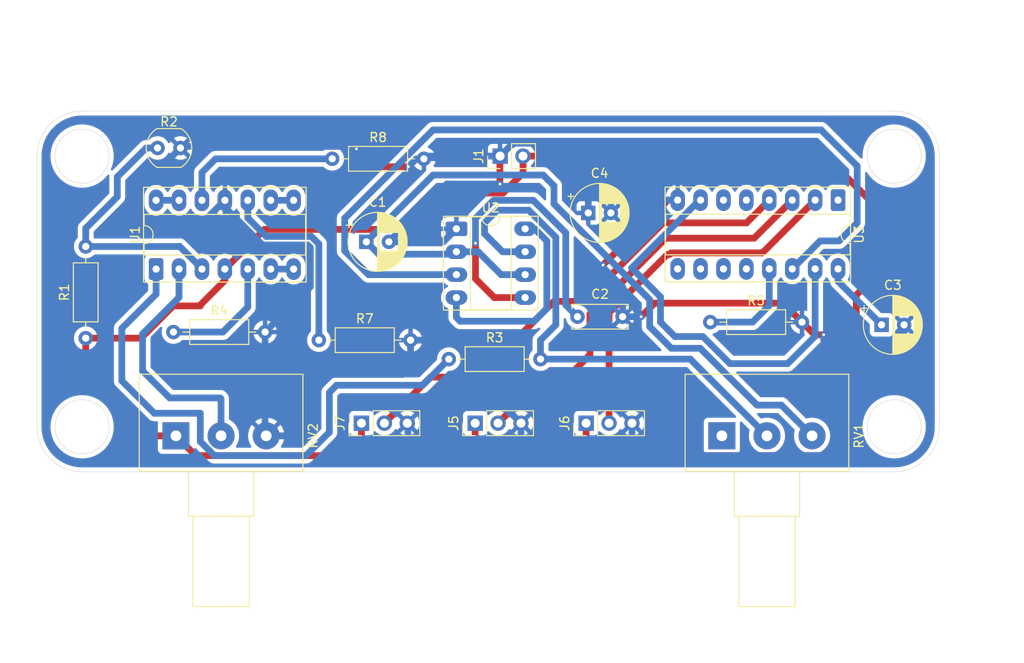
<source format=kicad_pcb>
(kicad_pcb (version 20241229) (generator "pcbnew") (generator_version "9.0")
  (layers (0 "F.Cu" signal) (2 "B.Cu" signal) (13 "F.Paste" user) (15 "B.Paste" user) (5 "F.SilkS" user "F.Silkscreen") (7 "B.SilkS" user "B.Silkscreen") (1 "F.Mask" user) (3 "B.Mask" user) (25 "Edge.Cuts" user))
  (net 0 "")
  (net 1 "Net-(U2-THR)")
  (net 2 "GND")
  (net 3 "Net-(U2-CV)")
  (net 4 "Net-(U2-R)")
  (net 5 "Vcc")
  (net 6 "Net-(U1A-+)")
  (net 7 "Net-(U2-DIS)")
  (net 8 "Net-(U1B-+)")
  (net 9 "Net-(U3-CKEN)")
  (net 10 "Net-(U3-Q3)")
  (net 11 "Net-(U1C-+)")
  (net 12 "Net-(U1D-+)")
  (net 14 "Net-(U1A--)")
  (net 15 "Net-(U1D--)")
  (net 16 "Net-(U1B--)")
  (net 17 "Net-(U1C--)")
  (net 18 "Net-(U2-Q)")
  (net 20 "PASO2")
  (net 23 "PASO3")
  (net 24 "PASO1")
  (footprint "Resistor_THT:R_Axial_DIN0207_L6.3mm_D2.5mm_P10.16mm_Horizontal" (layer "F.Cu") (at 71.24 55.4)
    (property "Reference" "R7" (at 5.08 -2.37 0) (layer "F.SilkS"))
    (property "Value" "10k")
    (pad "1" thru_hole circle (at 0 0) (size 1.6 1.6) (drill 0.8) (layers "*.Cu" "*.Mask") (net 11 "Net-(U1C-+)"))
    (pad "2" thru_hole oval (at 10.16 0) (size 1.6 1.6) (drill 0.8) (layers "*.Cu" "*.Mask") (net 2 "GND"))
  )
  (footprint "Resistor_THT:R_Axial_DIN0207_L6.3mm_D2.5mm_P10.16mm_Horizontal" (layer "F.Cu") (at 114.62 53.4)
    (property "Reference" "R5" (at 5.08 -2.37 0) (layer "F.SilkS"))
    (property "Value" "100k")
    (pad "1" thru_hole circle (at 0 0) (size 1.6 1.6) (drill 0.8) (layers "*.Cu" "*.Mask") (net 9 "Net-(U3-CKEN)"))
    (pad "2" thru_hole oval (at 10.16 0) (size 1.6 1.6) (drill 0.8) (layers "*.Cu" "*.Mask") (net 2 "GND"))
  )
  (footprint "Capacitor_THT:CP_Radial_D6.3mm_P2.50mm" (layer "F.Cu") (at 101.1 41.3)
    (property "Reference" "C4" (at 1.25 -4.4 0) (layer "F.SilkS"))
    (property "Value" "10uF")
    (pad "1" thru_hole rect (at 0 0) (size 1.6 1.6) (drill 0.8) (layers "*.Cu" "*.Mask") (net 2 "GND"))
    (pad "2" thru_hole circle (at 2.5 0) (size 1.6 1.6) (drill 0.8) (layers "*.Cu" "*.Mask") (net 2 "GND"))
  )
  (footprint "Connector_PinHeader_2.54mm:PinHeader_1x03_P2.54mm_Vertical" (layer "F.Cu") (at 88.56 64.6 90)
    (property "Reference" "J5" (at 0 -2.38 90) (layer "F.SilkS"))
    (property "Value" "ph-3")
    (pad "1" thru_hole rect (at 0 0 90) (size 1.7 1.7) (drill 1) (layers "*.Cu" "*.Mask") (net 5 "Vcc"))
    (pad "2" thru_hole circle (at 0 2.54 90) (size 1.7 1.7) (drill 1) (layers "*.Cu" "*.Mask") (net 24 "PASO1"))
    (pad "3" thru_hole circle (at 0 5.08 90) (size 1.7 1.7) (drill 1) (layers "*.Cu" "*.Mask") (net 2 "GND"))
  )
  (footprint "Package_DIP:DIP-16_W7.62mm_Socket_LongPads" (layer "F.Cu") (at 128.78 39.88 -90)
    (property "Reference" "U3" (at 3.81 -2.33 270) (layer "F.SilkS"))
    (property "Value" "4017")
    (pad "1" thru_hole roundrect (at 0 0 270) (size 2.4 1.6) (drill 0.8) (layers "*.Cu" "*.Mask") (roundrect_rratio 0.15625))
    (pad "2" thru_hole oval (at 0 2.54 270) (size 2.4 1.6) (drill 0.8) (layers "*.Cu" "*.Mask") (net 20 "PASO2"))
    (pad "3" thru_hole oval (at 0 5.08 270) (size 2.4 1.6) (drill 0.8) (layers "*.Cu" "*.Mask") (net 24 "PASO1"))
    (pad "4" thru_hole oval (at 0 7.62 270) (size 2.4 1.6) (drill 0.8) (layers "*.Cu" "*.Mask") (net 23 "PASO3"))
    (pad "5" thru_hole oval (at 0 10.16 270) (size 2.4 1.6) (drill 0.8) (layers "*.Cu" "*.Mask"))
    (pad "6" thru_hole oval (at 0 12.7 270) (size 2.4 1.6) (drill 0.8) (layers "*.Cu" "*.Mask"))
    (pad "7" thru_hole oval (at 0 15.24 270) (size 2.4 1.6) (drill 0.8) (layers "*.Cu" "*.Mask") (net 10 "Net-(U3-Q3)"))
    (pad "8" thru_hole oval (at 0 17.78 270) (size 2.4 1.6) (drill 0.8) (layers "*.Cu" "*.Mask") (net 2 "GND"))
    (pad "9" thru_hole oval (at 7.62 17.78 270) (size 2.4 1.6) (drill 0.8) (layers "*.Cu" "*.Mask"))
    (pad "10" thru_hole oval (at 7.62 15.24 270) (size 2.4 1.6) (drill 0.8) (layers "*.Cu" "*.Mask"))
    (pad "11" thru_hole oval (at 7.62 12.7 270) (size 2.4 1.6) (drill 0.8) (layers "*.Cu" "*.Mask"))
    (pad "12" thru_hole oval (at 7.62 10.16 270) (size 2.4 1.6) (drill 0.8) (layers "*.Cu" "*.Mask"))
    (pad "13" thru_hole oval (at 7.62 7.62 270) (size 2.4 1.6) (drill 0.8) (layers "*.Cu" "*.Mask") (net 9 "Net-(U3-CKEN)"))
    (pad "14" thru_hole oval (at 7.62 5.08 270) (size 2.4 1.6) (drill 0.8) (layers "*.Cu" "*.Mask") (net 18 "Net-(U2-Q)"))
    (pad "15" thru_hole oval (at 7.62 2.54 270) (size 2.4 1.6) (drill 0.8) (layers "*.Cu" "*.Mask") (net 10 "Net-(U3-Q3)"))
    (pad "16" thru_hole oval (at 7.62 0 270) (size 2.4 1.6) (drill 0.8) (layers "*.Cu" "*.Mask") (net 4 "Net-(U2-R)"))
  )
  (footprint "Potentiometer_THT:Potentiometer_Alps_RK163_Single_Horizontal" (layer "F.Cu") (at 55.4 66 90)
    (property "Reference" "RV2" (at 0 15.2 90) (layer "F.SilkS"))
    (property "Value" "500k")
    (pad "1" thru_hole rect (at 0 0 270) (size 3 3) (drill 1.2) (layers "*.Cu" "*.Mask") (net 5 "Vcc"))
    (pad "2" thru_hole circle (at 0 5 270) (size 3 3) (drill 1.2) (layers "*.Cu" "*.Mask") (net 14 "Net-(U1A--)"))
    (pad "3" thru_hole circle (at 0 10 270) (size 3 3) (drill 1.2) (layers "*.Cu" "*.Mask") (net 2 "GND"))
  )
  (footprint "Package_DIP:DIP-8_W7.62mm_Socket_LongPads" (layer "F.Cu") (at 86.48 43.06)
    (property "Reference" "U2" (at 3.81 -2.33 0) (layer "F.SilkS"))
    (property "Value" "~")
    (pad "1" thru_hole roundrect (at 0 0) (size 2.4 1.6) (drill 0.8) (layers "*.Cu" "*.Mask") (roundrect_rratio 0.15625) (net 2 "GND"))
    (pad "2" thru_hole oval (at 0 2.54) (size 2.4 1.6) (drill 0.8) (layers "*.Cu" "*.Mask") (net 1 "Net-(U2-THR)"))
    (pad "3" thru_hole oval (at 0 5.08) (size 2.4 1.6) (drill 0.8) (layers "*.Cu" "*.Mask") (net 18 "Net-(U2-Q)"))
    (pad "4" thru_hole oval (at 0 7.62) (size 2.4 1.6) (drill 0.8) (layers "*.Cu" "*.Mask") (net 4 "Net-(U2-R)"))
    (pad "5" thru_hole oval (at 7.62 7.62) (size 2.4 1.6) (drill 0.8) (layers "*.Cu" "*.Mask") (net 3 "Net-(U2-CV)"))
    (pad "6" thru_hole oval (at 7.62 5.08) (size 2.4 1.6) (drill 0.8) (layers "*.Cu" "*.Mask") (net 1 "Net-(U2-THR)"))
    (pad "7" thru_hole oval (at 7.62 2.54) (size 2.4 1.6) (drill 0.8) (layers "*.Cu" "*.Mask") (net 7 "Net-(U2-DIS)"))
    (pad "8" thru_hole oval (at 7.62 0) (size 2.4 1.6) (drill 0.8) (layers "*.Cu" "*.Mask") (net 4 "Net-(U2-R)"))
  )
  (footprint "Resistor_THT:R_Axial_DIN0207_L6.3mm_D2.5mm_P10.16mm_Horizontal" (layer "F.Cu") (at 45.4 55.18 90)
    (property "Reference" "R1" (at 5.08 -2.37 90) (layer "F.SilkS"))
    (property "Value" "10k")
    (pad "1" thru_hole circle (at 0 0 90) (size 1.6 1.6) (drill 0.8) (layers "*.Cu" "*.Mask") (net 5 "Vcc"))
    (pad "2" thru_hole oval (at 10.16 0 90) (size 1.6 1.6) (drill 0.8) (layers "*.Cu" "*.Mask") (net 6 "Net-(U1A-+)"))
  )
  (footprint "Capacitor_THT:C_Disc_D6.0mm_W2.5mm_P5.00mm" (layer "F.Cu") (at 99.9 52.8)
    (property "Reference" "C2" (at 2.5 -2.5 0) (layer "F.SilkS"))
    (property "Value" "103n")
    (pad "1" thru_hole circle (at 0 0) (size 1.6 1.6) (drill 0.8) (layers "*.Cu" "*.Mask") (net 3 "Net-(U2-CV)"))
    (pad "2" thru_hole circle (at 5 0) (size 1.6 1.6) (drill 0.8) (layers "*.Cu" "*.Mask") (net 2 "GND"))
  )
  (footprint "OptoDevice:R_LDR_4.9x4.2mm_P2.54mm_Vertical" (layer "F.Cu") (at 53.36 34.1)
    (property "Reference" "R2" (at 1.27 -2.9 0) (layer "F.SilkS"))
    (property "Value" "LDR")
    (pad "1" thru_hole circle (at 0 0) (size 1.6 1.6) (drill 0.8) (layers "*.Cu" "*.Mask") (net 6 "Net-(U1A-+)"))
    (pad "2" thru_hole circle (at 2.54 0) (size 1.6 1.6) (drill 0.8) (layers "*.Cu" "*.Mask") (net 2 "GND"))
  )
  (footprint "Connector_PinHeader_2.54mm:PinHeader_1x03_P2.54mm_Vertical" (layer "F.Cu") (at 75.96 64.6 90)
    (property "Reference" "J7" (at 0 -2.38 90) (layer "F.SilkS"))
    (property "Value" "ph-3")
    (pad "1" thru_hole rect (at 0 0 90) (size 1.7 1.7) (drill 1) (layers "*.Cu" "*.Mask") (net 5 "Vcc"))
    (pad "2" thru_hole circle (at 0 2.54 90) (size 1.7 1.7) (drill 1) (layers "*.Cu" "*.Mask") (net 23 "PASO3"))
    (pad "3" thru_hole circle (at 0 5.08 90) (size 1.7 1.7) (drill 1) (layers "*.Cu" "*.Mask") (net 2 "GND"))
  )
  (footprint "Resistor_THT:R_Axial_DIN0207_L6.3mm_D2.5mm_P10.16mm_Horizontal" (layer "F.Cu") (at 55.12 54.5)
    (property "Reference" "R4" (at 5.08 -2.37 0) (layer "F.SilkS"))
    (property "Value" "10k")
    (pad "1" thru_hole circle (at 0 0) (size 1.6 1.6) (drill 0.8) (layers "*.Cu" "*.Mask") (net 8 "Net-(U1B-+)"))
    (pad "2" thru_hole oval (at 10.16 0) (size 1.6 1.6) (drill 0.8) (layers "*.Cu" "*.Mask") (net 2 "GND"))
  )
  (footprint "Capacitor_THT:CP_Radial_D6.3mm_P2.50mm" (layer "F.Cu") (at 133.6 53.7)
    (property "Reference" "C3" (at 1.25 -4.4 0) (layer "F.SilkS"))
    (property "Value" "10uF")
    (pad "1" thru_hole rect (at 0 0) (size 1.6 1.6) (drill 0.8) (layers "*.Cu" "*.Mask") (net 4 "Net-(U2-R)"))
    (pad "2" thru_hole circle (at 2.5 0) (size 1.6 1.6) (drill 0.8) (layers "*.Cu" "*.Mask") (net 2 "GND"))
  )
  (footprint "Potentiometer_THT:Potentiometer_Alps_RK163_Single_Horizontal" (layer "F.Cu") (at 115.9 66 90)
    (property "Reference" "RV1" (at 0 15.2 90) (layer "F.SilkS"))
    (property "Value" "500k")
    (pad "1" thru_hole rect (at 0 0 270) (size 3 3) (drill 1.2) (layers "*.Cu" "*.Mask"))
    (pad "2" thru_hole circle (at 0 5 270) (size 3 3) (drill 1.2) (layers "*.Cu" "*.Mask") (net 7 "Net-(U2-DIS)"))
    (pad "3" thru_hole circle (at 0 10 270) (size 3 3) (drill 1.2) (layers "*.Cu" "*.Mask") (net 1 "Net-(U2-THR)"))
  )
  (footprint "Resistor_THT:R_Axial_DIN0207_L6.3mm_D2.5mm_P10.16mm_Horizontal" (layer "F.Cu") (at 72.72 35.3)
    (property "Reference" "R8" (at 5.08 -2.37 0) (layer "F.SilkS"))
    (property "Value" "10k")
    (pad "1" thru_hole circle (at 0 0) (size 1.6 1.6) (drill 0.8) (layers "*.Cu" "*.Mask") (net 12 "Net-(U1D-+)"))
    (pad "2" thru_hole oval (at 10.16 0) (size 1.6 1.6) (drill 0.8) (layers "*.Cu" "*.Mask") (net 2 "GND"))
  )
  (footprint "Package_DIP:DIP-14_W7.62mm_Socket_LongPads" (layer "F.Cu") (at 53.2 47.52 90)
    (property "Reference" "U1" (at 3.81 -2.33 90) (layer "F.SilkS"))
    (property "Value" "LM324")
    (pad "1" thru_hole roundrect (at 0 0 90) (size 2.4 1.6) (drill 0.8) (layers "*.Cu" "*.Mask") (roundrect_rratio 0.15625) (net 4 "Net-(U2-R)"))
    (pad "2" thru_hole oval (at 0 2.54 90) (size 2.4 1.6) (drill 0.8) (layers "*.Cu" "*.Mask") (net 14 "Net-(U1A--)"))
    (pad "3" thru_hole oval (at 0 5.08 90) (size 2.4 1.6) (drill 0.8) (layers "*.Cu" "*.Mask") (net 6 "Net-(U1A-+)"))
    (pad "4" thru_hole oval (at 0 7.62 90) (size 2.4 1.6) (drill 0.8) (layers "*.Cu" "*.Mask") (net 5 "Vcc"))
    (pad "5" thru_hole oval (at 0 10.16 90) (size 2.4 1.6) (drill 0.8) (layers "*.Cu" "*.Mask") (net 8 "Net-(U1B-+)"))
    (pad "6" thru_hole oval (at 0 12.7 90) (size 2.4 1.6) (drill 0.8) (layers "*.Cu" "*.Mask") (net 16 "Net-(U1B--)"))
    (pad "7" thru_hole oval (at 0 15.24 90) (size 2.4 1.6) (drill 0.8) (layers "*.Cu" "*.Mask") (net 16 "Net-(U1B--)"))
    (pad "8" thru_hole oval (at 7.62 15.24 90) (size 2.4 1.6) (drill 0.8) (layers "*.Cu" "*.Mask") (net 17 "Net-(U1C--)"))
    (pad "9" thru_hole oval (at 7.62 12.7 90) (size 2.4 1.6) (drill 0.8) (layers "*.Cu" "*.Mask") (net 17 "Net-(U1C--)"))
    (pad "10" thru_hole oval (at 7.62 10.16 90) (size 2.4 1.6) (drill 0.8) (layers "*.Cu" "*.Mask") (net 11 "Net-(U1C-+)"))
    (pad "11" thru_hole oval (at 7.62 7.62 90) (size 2.4 1.6) (drill 0.8) (layers "*.Cu" "*.Mask") (net 2 "GND"))
    (pad "12" thru_hole oval (at 7.62 5.08 90) (size 2.4 1.6) (drill 0.8) (layers "*.Cu" "*.Mask") (net 12 "Net-(U1D-+)"))
    (pad "13" thru_hole oval (at 7.62 2.54 90) (size 2.4 1.6) (drill 0.8) (layers "*.Cu" "*.Mask") (net 15 "Net-(U1D--)"))
    (pad "14" thru_hole oval (at 7.62 0 90) (size 2.4 1.6) (drill 0.8) (layers "*.Cu" "*.Mask") (net 15 "Net-(U1D--)"))
  )
  (footprint "Connector_PinHeader_2.54mm:PinHeader_1x02_P2.54mm_Vertical" (layer "F.Cu") (at 91.325 35 90)
    (property "Reference" "J1" (at 0 -2.38 90) (layer "F.SilkS"))
    (property "Value" "ph-2")
    (pad "1" thru_hole rect (at 0 0 90) (size 1.7 1.7) (drill 1) (layers "*.Cu" "*.Mask") (net 2 "GND"))
    (pad "2" thru_hole circle (at 0 2.54 90) (size 1.7 1.7) (drill 1) (layers "*.Cu" "*.Mask") (net 5 "Vcc"))
  )
  (footprint "Connector_PinHeader_2.54mm:PinHeader_1x03_P2.54mm_Vertical" (layer "F.Cu") (at 100.86 64.6 90)
    (property "Reference" "J6" (at 0 -2.38 90) (layer "F.SilkS"))
    (property "Value" "ph-3")
    (pad "1" thru_hole rect (at 0 0 90) (size 1.7 1.7) (drill 1) (layers "*.Cu" "*.Mask") (net 5 "Vcc"))
    (pad "2" thru_hole circle (at 0 2.54 90) (size 1.7 1.7) (drill 1) (layers "*.Cu" "*.Mask") (net 20 "PASO2"))
    (pad "3" thru_hole circle (at 0 5.08 90) (size 1.7 1.7) (drill 1) (layers "*.Cu" "*.Mask") (net 2 "GND"))
  )
  (footprint "Capacitor_THT:CP_Radial_D6.3mm_P2.50mm" (layer "F.Cu") (at 76.5 44.5)
    (property "Reference" "C1" (at 1.25 -4.4 0) (layer "F.SilkS"))
    (property "Value" "10uF")
    (pad "1" thru_hole rect (at 0 0) (size 1.6 1.6) (drill 0.8) (layers "*.Cu" "*.Mask") (net 1 "Net-(U2-THR)"))
    (pad "2" thru_hole circle (at 2.5 0) (size 1.6 1.6) (drill 0.8) (layers "*.Cu" "*.Mask") (net 2 "GND"))
  )
  (footprint "Resistor_THT:R_Axial_DIN0207_L6.3mm_D2.5mm_P10.16mm_Horizontal" (layer "F.Cu") (at 85.64 57.5)
    (property "Reference" "R3" (at 5.08 -2.37 0) (layer "F.SilkS"))
    (property "Value" "10k")
    (pad "1" thru_hole circle (at 0 0) (size 1.6 1.6) (drill 0.8) (layers "*.Cu" "*.Mask") (net 4 "Net-(U2-R)"))
    (pad "2" thru_hole oval (at 10.16 0) (size 1.6 1.6) (drill 0.8) (layers "*.Cu" "*.Mask") (net 7 "Net-(U2-DIS)"))
  )
  (gr_circle (center 45 65) (end 48 65) (stroke (width 0.05)) (fill no) (layer "Edge.Cuts"))
  (gr_arc (start 45 70) (mid 41.464466 68.535534) (end 40 65) (stroke (width 0.05)) (layer "Edge.Cuts"))
  (gr_line (start 45 30) (end 135 30) (stroke (width 0.05)) (layer "Edge.Cuts"))
  (gr_circle (center 135 65) (end 138 65) (stroke (width 0.05)) (fill no) (layer "Edge.Cuts"))
  (gr_line (start 40 65) (end 40 35) (stroke (width 0.05)) (layer "Edge.Cuts"))
  (gr_arc (start 135 30) (mid 138.535534 31.464466) (end 140 35) (stroke (width 0.05)) (layer "Edge.Cuts"))
  (gr_circle (center 45 35) (end 48 35) (stroke (width 0.05)) (fill no) (layer "Edge.Cuts"))
  (gr_line (start 140 35) (end 140 65) (stroke (width 0.05)) (layer "Edge.Cuts"))
  (gr_circle (center 135 35) (end 138 35) (stroke (width 0.05)) (fill no) (layer "Edge.Cuts"))
  (gr_arc (start 140 65) (mid 138.535534 68.535534) (end 135 70) (stroke (width 0.05)) (layer "Edge.Cuts"))
  (gr_line (start 135 70) (end 45 70) (stroke (width 0.05)) (layer "Edge.Cuts"))
  (gr_arc (start 40 35) (mid 41.464466 31.464466) (end 45 30) (stroke (width 0.05)) (layer "Edge.Cuts"))
  (segment (start 110.3 56.3) (end 107.9 53.9) (width 0.75) (layer "B.Cu") (net 1))
  (segment (start 122.5 62.6) (end 119.8 62.6) (width 0.75) (layer "B.Cu") (net 1))
  (segment (start 107.9 50.9) (end 97.3 40.3) (width 0.75) (layer "B.Cu") (net 1))
  (segment (start 113.5 56.3) (end 110.3 56.3) (width 0.75) (layer "B.Cu") (net 1))
  (segment (start 86.204 45.876) (end 86.48 45.6) (width 0.75) (layer "B.Cu") (net 1))
  (segment (start 107.9 53.9) (end 107.9 50.9) (width 0.75) (layer "B.Cu") (net 1))
  (segment (start 97.3 40.3) (end 97.3 38.3) (width 0.75) (layer "B.Cu") (net 1))
  (segment (start 76.5 44.5) (end 77.876 45.876) (width 0.75) (layer "B.Cu") (net 1))
  (segment (start 96.1 37.1) (end 83.9 37.1) (width 0.75) (layer "B.Cu") (net 1))
  (segment (start 125.9 66) (end 122.5 62.6) (width 0.75) (layer "B.Cu") (net 1))
  (segment (start 91.44 48.14) (end 88.9 45.6) (width 0.75) (layer "B.Cu") (net 1))
  (segment (start 94.1 48.14) (end 91.44 48.14) (width 0.75) (layer "B.Cu") (net 1))
  (segment (start 119.8 62.6) (end 113.5 56.3) (width 0.75) (layer "B.Cu") (net 1))
  (segment (start 77.876 45.876) (end 86.204 45.876) (width 0.75) (layer "B.Cu") (net 1))
  (segment (start 97.3 38.3) (end 96.1 37.1) (width 0.75) (layer "B.Cu") (net 1))
  (segment (start 88.9 45.6) (end 86.48 45.6) (width 0.75) (layer "B.Cu") (net 1))
  (segment (start 83.9 37.1) (end 76.5 44.5) (width 0.75) (layer "B.Cu") (net 1))
  (segment (start 108.449 51.3) (end 122.68 51.3) (width 0.75) (layer "F.Cu") (net 2))
  (segment (start 109.92 39.88) (end 111 39.88) (width 0.75) (layer "F.Cu") (net 2))
  (segment (start 106.949 52.8) (end 108.449 51.3) (width 0.75) (layer "F.Cu") (net 2))
  (segment (start 91.3 35.025) (end 91.325 35) (width 0.75) (layer "F.Cu") (net 2))
  (segment (start 102.727541 47.072459) (end 109.92 39.88) (width 0.75) (layer "F.Cu") (net 2))
  (segment (start 91.3 38.1) (end 91.3 35.025) (width 0.75) (layer "F.Cu") (net 2))
  (segment (start 77.372459 36.172459) (end 75.4 34.2) (width 0.75) (layer "F.Cu") (net 2))
  (segment (start 127.191 54.8) (end 126.18 54.8) (width 0.75) (layer "F.Cu") (net 2))
  (segment (start 81.172459 36.172459) (end 77.372459 36.172459) (width 0.75) (layer "F.Cu") (net 2))
  (segment (start 122.68 51.3) (end 124.78 53.4) (width 0.75) (layer "F.Cu") (net 2))
  (segment (start 126.18 54.8) (end 124.78 53.4) (width 0.75) (layer "F.Cu") (net 2))
  (via (at 102.727541 47.072459) (size 0.6) (drill 0.3) (layers "F.Cu" "B.Cu") (net 2))
  (via (at 81.172459 36.172459) (size 0.6) (drill 0.3) (layers "F.Cu" "B.Cu") (net 2))
  (via (at 91.3 38.1) (size 0.6) (drill 0.3) (layers "F.Cu" "B.Cu") (net 2))
  (via (at 75.4 34.2) (size 0.6) (drill 0.3) (layers "F.Cu" "B.Cu") (net 2))
  (via (at 124.78 53.4) (size 0.6) (drill 0.3) (layers "F.Cu" "B.Cu") (net 2))
  (via (at 127.191 54.8) (size 0.6) (drill 0.3) (layers "F.Cu" "B.Cu") (net 2))
  (via (at 106.949 52.8) (size 0.6) (drill 0.3) (layers "F.Cu" "B.Cu") (net 2))
  (segment (start 56.076 33.924) (end 55.9 34.1) (width 0.75) (layer "B.Cu") (net 2))
  (segment (start 65.28 54.5) (end 65.28 65.88) (width 0.75) (layer "B.Cu") (net 2))
  (segment (start 85.9 55.4) (end 81.4 55.4) (width 0.75) (layer "B.Cu") (net 2))
  (segment (start 70.006082 44.851) (end 65.006082 44.851) (width 0.75) (layer "B.Cu") (net 2))
  (segment (start 72.1 59.2) (end 80.5 59.2) (width 0.75) (layer "B.Cu") (net 2))
  (segment (start 106 68.2) (end 105.94 68.14) (width 0.75) (layer "B.Cu") (net 2))
  (segment (start 91.325 35) (end 83.18 35) (width 0.75) (layer "B.Cu") (net 2))
  (segment (start 97.974 33.574) (end 92.751 33.574) (width 0.75) (layer "B.Cu") (net 2))
  (segment (start 103.1 38.7) (end 101.9 38.7) (width 0.75) (layer "B.Cu") (net 2))
  (segment (start 83.18 35) (end 82.88 35.3) (width 0.75) (layer "B.Cu") (net 2))
  (segment (start 70.289 45.133918) (end 70.006082 44.851) (width 0.75) (layer "B.Cu") (net 2))
  (segment (start 82.88 35.3) (end 82.044918 35.3) (width 0.75) (layer "B.Cu") (net 2))
  (segment (start 87.6 57.1) (end 85.9 55.4) (width 0.75) (layer "B.Cu") (net 2))
  (segment (start 104.9 52.8) (end 105 52.7) (width 0.75) (layer "B.Cu") (net 2))
  (segment (start 87.6 59.9) (end 87.6 57.1) (width 0.75) (layer "B.Cu") (net 2))
  (segment (start 106.8 38.7) (end 104.7 38.7) (width 0.75) (layer "B.Cu") (net 2))
  (segment (start 79 44.5) (end 85.4 38.1) (width 0.75) (layer "B.Cu") (net 2))
  (segment (start 104.9 52.8) (end 104.9 49.5) (width 0.75) (layer "B.Cu") (net 2))
  (segment (start 83.2 68.2) (end 81.1 66.1) (width 0.75) (layer "B.Cu") (net 2))
  (segment (start 127.9 68.2) (end 130.1 66) (width 0.75) (layer "B.Cu") (net 2))
  (segment (start 101.1 39.5) (end 101.1 41.3) (width 0.75) (layer "B.Cu") (net 2))
  (segment (start 104.7 38.7) (end 103.1 38.7) (width 0.75) (layer "B.Cu") (net 2))
  (segment (start 65.4 66) (end 69.5 66) (width 0.75) (layer "B.Cu") (net 2))
  (segment (start 107.98 39.88) (end 106.8 38.7) (width 0.75) (layer "B.Cu") (net 2))
  (segment (start 65.28 65.88) (end 65.4 66) (width 0.75) (layer "B.Cu") (net 2))
  (segment (start 103.6 41.3) (end 103.6 39.8) (width 0.75) (layer "B.Cu") (net 2))
  (segment (start 133.7 56.5) (end 128.337083 56.5) (width 0.75) (layer "B.Cu") (net 2))
  (segment (start 136.1 54.1) (end 133.7 56.5) (width 0.75) (layer "B.Cu") (net 2))
  (segment (start 85.04 44.5) (end 86.48 43.06) (width 0.75) (layer "B.Cu") (net 2))
  (segment (start 105 52.7) (end 105.3 52.7) (width 0.75) (layer "B.Cu") (net 2))
  (segment (start 75.124 33.924) (end 56.076 33.924) (width 0.75) (layer "B.Cu") (net 2))
  (segment (start 93.4 68.2) (end 102.28 68.2) (width 0.75) (layer "B.Cu") (net 2))
  (segment (start 80.5 59.2) (end 81.4 58.3) (width 0.75) (layer "B.Cu") (net 2))
  (segment (start 93.64 64.6) (end 88.94 59.9) (width 0.75) (layer "B.Cu") (net 2))
  (segment (start 93.64 67.96) (end 93.64 64.6) (width 0.75) (layer "B.Cu") (net 2))
  (segment (start 93.4 68.2) (end 83.2 68.2) (width 0.75) (layer "B.Cu") (net 2))
  (segment (start 51.9 37) (end 50.2 38.7) (width 0.75) (layer "B.Cu") (net 2))
  (segment (start 51.6 43.3) (end 51.6 43.4) (width 0.75) (layer "B.Cu") (net 2))
  (segment (start 130.1 63.7) (end 136.1 57.7) (width 0.75) (layer "B.Cu") (net 2))
  (segment (start 102.6 47.2) (end 102.727541 47.072459) (width 0.75) (layer "B.Cu") (net 2))
  (segment (start 101.9 38.7) (end 101.1 39.5) (width 0.75) (layer "B.Cu") (net 2))
  (segment (start 82.044918 35.3) (end 81.172459 36.172459) (width 0.75) (layer "B.Cu") (net 2))
  (segment (start 105.94 68.14) (end 105.94 64.6) (width 0.75) (layer "B.Cu") (net 2))
  (segment (start 103.6 39.8) (end 104.7 38.7) (width 0.75) (layer "B.Cu") (net 2))
  (segment (start 60.82 40.664918) (end 60.82 39.9) (width 0.75) (layer "B.Cu") (net 2))
  (segment (start 53 37) (end 51.9 37) (width 0.75) (layer "B.Cu") (net 2))
  (segment (start 136.1 57.7) (end 136.1 53.7) (width 0.75) (layer "B.Cu") (net 2))
  (segment (start 81.1 64.66) (end 81.04 64.6) (width 0.75) (layer "B.Cu") (net 2))
  (segment (start 85.4 38.1) (end 91.3 38.1) (width 0.75) (layer "B.Cu") (net 2))
  (segment (start 111 39.88) (end 107.98 39.88) (width 0.75) (layer "B.Cu") (net 2))
  (segment (start 103.1 38.7) (end 97.974 33.574) (width 0.75) (layer "B.Cu") (net 2))
  (segment (start 105.4 52.8) (end 106.949 52.8) (width 0.75) (layer "B.Cu") (net 2))
  (segment (start 88.94 59.9) (end 87.6 59.9) (width 0.75) (layer "B.Cu") (net 2))
  (segment (start 127.191 55.353917) (end 127.191 54.8) (width 0.75) (layer "B.Cu") (net 2))
  (segment (start 106 68.2) (end 127.9 68.2) (width 0.75) (layer "B.Cu") (net 2))
  (segment (start 70.289 49.491) (end 70.289 45.133918) (width 0.75) (layer "B.Cu") (net 2))
  (segment (start 93.64 67.96) (end 93.4 68.2) (width 0.75) (layer "B.Cu") (net 2))
  (segment (start 81.4 58.3) (end 81.4 55.4) (width 0.75) (layer "B.Cu") (net 2))
  (segment (start 130.1 66) (end 130.1 63.7) (width 0.75) (layer "B.Cu") (net 2))
  (segment (start 50.2 38.7) (end 50.2 41.9) (width 0.75) (layer "B.Cu") (net 2))
  (segment (start 75.4 34.2) (end 75.124 33.924) (width 0.75) (layer "B.Cu") (net 2))
  (segment (start 65.28 54.5) (end 70.289 49.491) (width 0.75) (layer "B.Cu") (net 2))
  (segment (start 70.6 64.9) (end 70.6 60.7) (width 0.75) (layer "B.Cu") (net 2))
  (segment (start 69.5 66) (end 70.6 64.9) (width 0.75) (layer "B.Cu") (net 2))
  (segment (start 70.6 60.7) (end 72.1 59.2) (width 0.75) (layer "B.Cu") (net 2))
  (segment (start 81.1 66.1) (end 81.1 64.66) (width 0.75) (layer "B.Cu") (net 2))
  (segment (start 104.9 49.5) (end 102.6 47.2) (width 0.75) (layer "B.Cu") (net 2))
  (segment (start 79 44.5) (end 85.04 44.5) (width 0.75) (layer "B.Cu") (net 2))
  (segment (start 136.1 53.7) (end 136.1 54.1) (width 0.75) (layer "B.Cu") (net 2))
  (segment (start 50.2 41.9) (end 51.6 43.3) (width 0.75) (layer "B.Cu") (net 2))
  (segment (start 51.6 43.4) (end 57.32 43.4) (width 0.75) (layer "B.Cu") (net 2))
  (segment (start 65.006082 44.851) (end 60.82 40.664918) (width 0.75) (layer "B.Cu") (net 2))
  (segment (start 105.3 52.7) (end 105.4 52.8) (width 0.75) (layer "B.Cu") (net 2))
  (segment (start 105.88 68.08) (end 106 68.2) (width 0.75) (layer "B.Cu") (net 2))
  (segment (start 57.32 43.4) (end 60.82 39.9) (width 0.75) (layer "B.Cu") (net 2))
  (segment (start 55.9 34.1) (end 53 37) (width 0.75) (layer "B.Cu") (net 2))
  (segment (start 92.751 33.574) (end 91.325 35) (width 0.75) (layer "B.Cu") (net 2))
  (segment (start 128.337083 56.5) (end 127.191 55.353917) (width 0.75) (layer "B.Cu") (net 2))
  (segment (start 102.28 68.2) (end 106 68.2) (width 0.75) (layer "B.Cu") (net 2))
  (segment (start 88.6 48.6) (end 90.68 50.68) (width 0.75) (layer "F.Cu") (net 3))
  (segment (start 88.6 44.649) (end 88.6 48.6) (width 0.75) (layer "F.Cu") (net 3))
  (segment (start 90.68 50.68) (end 94.1 50.68) (width 0.75) (layer "F.Cu") (net 3))
  (via (at 88.6 44.649) (size 0.6) (drill 0.3) (layers "F.Cu" "B.Cu") (net 3))
  (segment (start 88.6 41.9) (end 90.6 39.9) (width 0.75) (layer "B.Cu") (net 3))
  (segment (start 98.6 43.5) (end 98.6 51.5) (width 0.75) (layer "B.Cu") (net 3))
  (segment (start 88.6 44.649) (end 88.6 41.9) (width 0.75) (layer "B.Cu") (net 3))
  (segment (start 90.6 39.9) (end 95 39.9) (width 0.75) (layer "B.Cu") (net 3))
  (segment (start 98.6 51.5) (end 99.9 52.8) (width 0.75) (layer "B.Cu") (net 3))
  (segment (start 95 39.9) (end 98.6 43.5) (width 0.75) (layer "B.Cu") (net 3))
  (segment (start 53 63.5) (end 58.1 63.5) (width 0.75) (layer "B.Cu") (net 4))
  (segment (start 73.2 60.4) (end 82.74 60.4) (width 0.75) (layer "B.Cu") (net 4))
  (segment (start 58.1 63.5) (end 58.1 66.635908) (width 0.75) (layer "B.Cu") (net 4))
  (segment (start 49.4 59.9) (end 53 63.5) (width 0.75) (layer "B.Cu") (net 4))
  (segment (start 96.5 44.4) (end 95.16 43.06) (width 0.75) (layer "B.Cu") (net 4))
  (segment (start 86.48 52.88) (end 86.9 53.3) (width 0.75) (layer "B.Cu") (net 4))
  (segment (start 58.1 66.635908) (end 59.664092 68.2) (width 0.75) (layer "B.Cu") (net 4))
  (segment (start 128.78 48.88) (end 133.6 53.7) (width 0.75) (layer "B.Cu") (net 4))
  (segment (start 96.5 51.9) (end 96.5 44.4) (width 0.75) (layer "B.Cu") (net 4))
  (segment (start 86.9 53.3) (end 95.1 53.3) (width 0.75) (layer "B.Cu") (net 4))
  (segment (start 95.16 43.06) (end 94.1 43.06) (width 0.75) (layer "B.Cu") (net 4))
  (segment (start 82.74 60.4) (end 85.64 57.5) (width 0.75) (layer "B.Cu") (net 4))
  (segment (start 128.78 47.5) (end 128.78 48.88) (width 0.75) (layer "B.Cu") (net 4))
  (segment (start 59.664092 68.2) (end 69.8 68.2) (width 0.75) (layer "B.Cu") (net 4))
  (segment (start 72.4 65.6) (end 72.4 61.2) (width 0.75) (layer "B.Cu") (net 4))
  (segment (start 95.1 53.3) (end 96.5 51.9) (width 0.75) (layer "B.Cu") (net 4))
  (segment (start 86.48 50.68) (end 86.48 52.88) (width 0.75) (layer "B.Cu") (net 4))
  (segment (start 49.4 54.1) (end 49.4 59.9) (width 0.75) (layer "B.Cu") (net 4))
  (segment (start 53.2 47.52) (end 53.2 50.3) (width 0.75) (layer "B.Cu") (net 4))
  (segment (start 53.2 50.3) (end 49.4 54.1) (width 0.75) (layer "B.Cu") (net 4))
  (segment (start 72.4 61.2) (end 73.2 60.4) (width 0.75) (layer "B.Cu") (net 4))
  (segment (start 69.8 68.2) (end 72.4 65.6) (width 0.75) (layer "B.Cu") (net 4))
  (segment (start 100.86 64.6) (end 100.86 67.84) (width 0.75) (layer "F.Cu") (net 5))
  (segment (start 130.8 50.4) (end 134.6 46.6) (width 0.75) (layer "F.Cu") (net 5))
  (segment (start 91.644917 39.1) (end 93.865 36.879917) (width 0.75) (layer "F.Cu") (net 5))
  (segment (start 76.1 68.2) (end 88.5 68.2) (width 0.75) (layer "F.Cu") (net 5))
  (segment (start 100.86 67.84) (end 100.5 68.2) (width 0.75) (layer "F.Cu") (net 5))
  (segment (start 88.56 68.14) (end 88.5 68.2) (width 0.75) (layer "F.Cu") (net 5))
  (segment (start 57.6 68.2) (end 76.1 68.2) (width 0.75) (layer "F.Cu") (net 5))
  (segment (start 58.1 51.5) (end 60.82 48.78) (width 0.75) (layer "F.Cu") (net 5))
  (segment (start 128.3 68.2) (end 130.8 65.7) (width 0.75) (layer "F.Cu") (net 5))
  (segment (start 52.1 66) (end 45.4 59.3) (width 0.75) (layer "F.Cu") (net 5))
  (segment (start 134.6 46.6) (end 134.6 42.2) (width 0.75) (layer "F.Cu") (net 5))
  (segment (start 55.1 51.6) (end 58.1 51.6) (width 0.75) (layer "F.Cu") (net 5))
  (segment (start 81.276 43.124) (end 85.3 39.1) (width 0.75) (layer "F.Cu") (net 5))
  (segment (start 75.96 64.6) (end 75.96 68.06) (width 0.75) (layer "F.Cu") (net 5))
  (segment (start 100.5 68.2) (end 128.3 68.2) (width 0.75) (layer "F.Cu") (net 5))
  (segment (start 60.82 48.78) (end 60.82 47.52) (width 0.75) (layer "F.Cu") (net 5))
  (segment (start 60.82 47.52) (end 65.216 43.124) (width 0.75) (layer "F.Cu") (net 5))
  (segment (start 93.865 36.879917) (end 93.865 35) (width 0.75) (layer "F.Cu") (net 5))
  (segment (start 134.6 42.2) (end 127.4 35) (width 0.75) (layer "F.Cu") (net 5))
  (segment (start 58.1 51.6) (end 58.1 51.5) (width 0.75) (layer "F.Cu") (net 5))
  (segment (start 75.96 68.06) (end 76.1 68.2) (width 0.75) (layer "F.Cu") (net 5))
  (segment (start 88.56 64.6) (end 88.56 68.14) (width 0.75) (layer "F.Cu") (net 5))
  (segment (start 55.4 66) (end 52.1 66) (width 0.75) (layer "F.Cu") (net 5))
  (segment (start 51.52 55.18) (end 55.1 51.6) (width 0.75) (layer "F.Cu") (net 5))
  (segment (start 130.8 65.7) (end 130.8 50.4) (width 0.75) (layer "F.Cu") (net 5))
  (segment (start 45.4 59.3) (end 45.4 55.18) (width 0.75) (layer "F.Cu") (net 5))
  (segment (start 85.3 39.1) (end 91.644917 39.1) (width 0.75) (layer "F.Cu") (net 5))
  (segment (start 65.216 43.124) (end 81.276 43.124) (width 0.75) (layer "F.Cu") (net 5))
  (segment (start 45.4 55.18) (end 51.52 55.18) (width 0.75) (layer "F.Cu") (net 5))
  (segment (start 127.4 35) (end 93.865 35) (width 0.75) (layer "F.Cu") (net 5))
  (segment (start 88.5 68.2) (end 100.5 68.2) (width 0.75) (layer "F.Cu") (net 5))
  (segment (start 55.4 66) (end 57.6 68.2) (width 0.75) (layer "F.Cu") (net 5))
  (segment (start 55.78 45.02) (end 45.4 45.02) (width 0.75) (layer "B.Cu") (net 6))
  (segment (start 48.9 39.5) (end 48.9 37.3) (width 0.75) (layer "B.Cu") (net 6))
  (segment (start 52.1 34.1) (end 53.36 34.1) (width 0.75) (layer "B.Cu") (net 6))
  (segment (start 48.9 37.3) (end 52.1 34.1) (width 0.75) (layer "B.Cu") (net 6))
  (segment (start 45.4 45.02) (end 45.4 43) (width 0.75) (layer "B.Cu") (net 6))
  (segment (start 45.4 43) (end 48.9 39.5) (width 0.75) (layer "B.Cu") (net 6))
  (segment (start 58.28 47.52) (end 58.28 47.48) (width 0.75) (layer "B.Cu") (net 6))
  (segment (start 55.8 45) (end 55.78 45.02) (width 0.75) (layer "B.Cu") (net 6))
  (segment (start 58.28 47.48) (end 55.8 45) (width 0.75) (layer "B.Cu") (net 6))
  (segment (start 91.6 45.6) (end 94.1 45.6) (width 0.75) (layer "B.Cu") (net 7))
  (segment (start 112.4 57.5) (end 120.9 66) (width 0.75) (layer "B.Cu") (net 7))
  (segment (start 95.8 57.5) (end 95.8 55.4) (width 0.75) (layer "B.Cu") (net 7))
  (segment (start 89.6 42.4) (end 89.6 43.6) (width 0.75) (layer "B.Cu") (net 7))
  (segment (start 95.8 57.5) (end 112.4 57.5) (width 0.75) (layer "B.Cu") (net 7))
  (segment (start 94.5 41) (end 91 41) (width 0.75) (layer "B.Cu") (net 7))
  (segment (start 91 41) (end 89.6 42.4) (width 0.75) (layer "B.Cu") (net 7))
  (segment (start 95.8 55.4) (end 97.5 53.7) (width 0.75) (layer "B.Cu") (net 7))
  (segment (start 97.5 44) (end 94.5 41) (width 0.75) (layer "B.Cu") (net 7))
  (segment (start 89.6 43.6) (end 91.6 45.6) (width 0.75) (layer "B.Cu") (net 7))
  (segment (start 97.5 53.7) (end 97.5 44) (width 0.75) (layer "B.Cu") (net 7))
  (segment (start 60.6 54.5) (end 55.12 54.5) (width 0.75) (layer "B.Cu") (net 8))
  (segment (start 63.36 51.74) (end 60.6 54.5) (width 0.75) (layer "B.Cu") (net 8))
  (segment (start 63.36 47.52) (end 63.36 51.74) (width 0.75) (layer "B.Cu") (net 8))
  (segment (start 121.16 47.5) (end 121.16 51.54) (width 0.75) (layer "B.Cu") (net 9))
  (segment (start 114.62 53.4) (end 119.3 53.4) (width 0.75) (layer "B.Cu") (net 9))
  (segment (start 119.3 53.4) (end 121.16 51.54) (width 0.75) (layer "B.Cu") (net 9))
  (segment (start 113.42 39.88) (end 113.54 39.88) (width 0.75) (layer "B.Cu") (net 10))
  (segment (start 123.2 58) (end 116.8 58) (width 0.75) (layer "B.Cu") (net 10))
  (segment (start 116.8 58) (end 113.8 55) (width 0.75) (layer "B.Cu") (net 10))
  (segment (start 113.8 55) (end 110.7 55) (width 0.75) (layer "B.Cu") (net 10))
  (segment (start 109.1 50.6) (end 105.9 47.4) (width 0.75) (layer "B.Cu") (net 10))
  (segment (start 126.24 47.5) (end 126.24 54.96) (width 0.75) (layer "B.Cu") (net 10))
  (segment (start 105.9 47.4) (end 113.42 39.88) (width 0.75) (layer "B.Cu") (net 10))
  (segment (start 109.1 53.4) (end 109.1 50.6) (width 0.75) (layer "B.Cu") (net 10))
  (segment (start 110.7 55) (end 109.1 53.4) (width 0.75) (layer "B.Cu") (net 10))
  (segment (start 126.24 54.96) (end 123.2 58) (width 0.75) (layer "B.Cu") (net 10))
  (segment (start 71.24 55.4) (end 71.24 44.74) (width 0.75) (layer "B.Cu") (net 11))
  (segment (start 63.36 41.86) (end 63.36 39.9) (width 0.75) (layer "B.Cu") (net 11))
  (segment (start 65.4 43.9) (end 63.36 41.86) (width 0.75) (layer "B.Cu") (net 11))
  (segment (start 71.24 44.74) (end 70.4 43.9) (width 0.75) (layer "B.Cu") (net 11))
  (segment (start 70.4 43.9) (end 65.4 43.9) (width 0.75) (layer "B.Cu") (net 11))
  (segment (start 58.28 36.82) (end 59.8 35.3) (width 0.75) (layer "B.Cu") (net 12))
  (segment (start 58.28 39.9) (end 58.28 36.82) (width 0.75) (layer "B.Cu") (net 12))
  (segment (start 59.8 35.3) (end 72.72 35.3) (width 0.75) (layer "B.Cu") (net 12))
  (segment (start 55.74 47.52) (end 55.74 50.66) (width 0.75) (layer "B.Cu") (net 14))
  (segment (start 51.7 54.7) (end 51.7 58.8) (width 0.75) (layer "B.Cu") (net 14))
  (segment (start 54.7 61.8) (end 60.3 61.8) (width 0.75) (layer "B.Cu") (net 14))
  (segment (start 60.3 61.8) (end 60.4 61.9) (width 0.75) (layer "B.Cu") (net 14))
  (segment (start 55.74 50.66) (end 51.7 54.7) (width 0.75) (layer "B.Cu") (net 14))
  (segment (start 60.4 61.9) (end 60.4 66) (width 0.75) (layer "B.Cu") (net 14))
  (segment (start 51.7 58.8) (end 54.7 61.8) (width 0.75) (layer "B.Cu") (net 14))
  (segment (start 55.74 39.9) (end 53.2 39.9) (width 0.75) (layer "B.Cu") (net 15))
  (segment (start 65.9 47.52) (end 68.44 47.52) (width 0.75) (layer "B.Cu") (net 16))
  (segment (start 65.9 39.9) (end 68.44 39.9) (width 0.75) (layer "B.Cu") (net 17))
  (segment (start 83.9 32.1) (end 126.9 32.1) (width 0.75) (layer "B.Cu") (net 18))
  (segment (start 126.8 44.4) (end 123.7 47.5) (width 0.75) (layer "B.Cu") (net 18))
  (segment (start 126.9 32.1) (end 130.9 36.1) (width 0.75) (layer "B.Cu") (net 18))
  (segment (start 86.48 48.14) (end 76.74 48.14) (width 0.75) (layer "B.Cu") (net 18))
  (segment (start 128.9 44.4) (end 126.8 44.4) (width 0.75) (layer "B.Cu") (net 18))
  (segment (start 130.9 42.4) (end 128.9 44.4) (width 0.75) (layer "B.Cu") (net 18))
  (segment (start 74.1 41.9) (end 83.9 32.1) (width 0.75) (layer "B.Cu") (net 18))
  (segment (start 74.1 45.5) (end 74.1 41.9) (width 0.75) (layer "B.Cu") (net 18))
  (segment (start 76.74 48.14) (end 74.1 45.5) (width 0.75) (layer "B.Cu") (net 18))
  (segment (start 130.9 36.1) (end 130.9 42.4) (width 0.75) (layer "B.Cu") (net 18))
  (segment (start 103.4 52.354042) (end 103.4 64.6) (width 0.75) (layer "F.Cu") (net 20))
  (segment (start 110.1 45.9) (end 109.854042 45.9) (width 0.75) (layer "F.Cu") (net 20))
  (segment (start 126.24 39.88) (end 120.396 45.724) (width 0.75) (layer "F.Cu") (net 20))
  (segment (start 109.854042 45.9) (end 103.4 52.354042) (width 0.75) (layer "F.Cu") (net 20))
  (segment (start 120.396 45.724) (end 110.276 45.724) (width 0.75) (layer "F.Cu") (net 20))
  (segment (start 110.276 45.724) (end 110.1 45.9) (width 0.75) (layer "F.Cu") (net 20))
  (segment (start 118.64 42.4) (end 109.4 42.4) (width 0.75) (layer "F.Cu") (net 23))
  (segment (start 83.6 59.5) (end 78.5 64.6) (width 0.75) (layer "F.Cu") (net 23))
  (segment (start 121.16 39.88) (end 118.64 42.4) (width 0.75) (layer "F.Cu") (net 23))
  (segment (start 97.3 51.1) (end 88.9 59.5) (width 0.75) (layer "F.Cu") (net 23))
  (segment (start 100.7 51.1) (end 97.3 51.1) (width 0.75) (layer "F.Cu") (net 23))
  (segment (start 109.4 42.4) (end 100.7 51.1) (width 0.75) (layer "F.Cu") (net 23))
  (segment (start 88.9 59.5) (end 83.6 59.5) (width 0.75) (layer "F.Cu") (net 23))
  (segment (start 101.276 57.024) (end 97.9 60.4) (width 0.75) (layer "F.Cu") (net 24))
  (segment (start 123.7 39.88) (end 119.48 44.1) (width 0.75) (layer "F.Cu") (net 24))
  (segment (start 95.3 60.4) (end 91.1 64.6) (width 0.75) (layer "F.Cu") (net 24))
  (segment (start 119.48 44.1) (end 109.7 44.1) (width 0.75) (layer "F.Cu") (net 24))
  (segment (start 101.276 52.524) (end 101.276 57.024) (width 0.75) (layer "F.Cu") (net 24))
  (segment (start 109.7 44.1) (end 101.276 52.524) (width 0.75) (layer "F.Cu") (net 24))
  (segment (start 97.9 60.4) (end 95.3 60.4) (width 0.75) (layer "F.Cu") (net 24))
  (zone (net 2) (net_name "GND") (layer "B.Cu") (connect_pads (clearance 0.5)) (min_thickness 0.25) (fill yes (thermal_gap 0.5) (thermal_bridge_width 0.5))
    (polygon (pts (xy 37.7 24.8) (xy 146.7 24.2) (xy 149.4 91.2) (xy 35.9 88.8) (xy 38.9 17.7)))
  )
)
</source>
